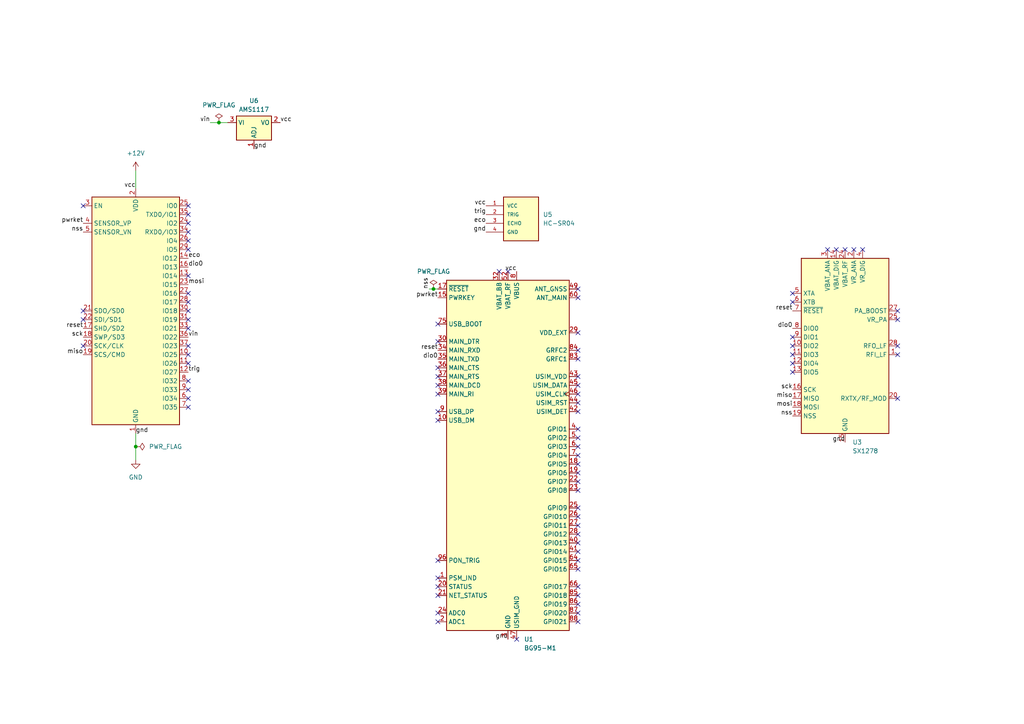
<source format=kicad_sch>
(kicad_sch (version 20250114) (generator "eeschema") (generator_version "9.0")
  (paper "A4")
  (lib_symbols
    (symbol "HC-SR04:HC-SR04" (pin_names (offset 1.016))
      (property "Reference" "U" (at 0 5.0813 0))
      (property "Value" "HC-SR04" (at 0 -10.163 0))
      (symbol "HC-SR04_0_0"
        (rectangle (start 0 -7.62) (end 10.16 5.08) (stroke (width 0.254)) (fill (type background)))
        (pin power_in line (at -5.08 2.54 0) (length 5.08) (name "VCC") (number "1"))
        (pin bidirectional line (at -5.08 0 0) (length 5.08) (name "TRIG") (number "2"))
        (pin bidirectional line (at -5.08 -2.54 0) (length 5.08) (name "ECHO") (number "3"))
        (pin power_in line (at -5.08 -5.08 0) (length 5.08) (name "GND") (number "4"))
      )
    )
    (symbol "RF:SX1278"
      (property "Reference" "U" (at 13.97 24.13 0))
      (property "Value" "SX1278" (at 13.97 21.59 0))
      (symbol "SX1278_0_1"
        (rectangle (start -12.7 25.4) (end 12.7 -25.4) (stroke (width 0.254)) (fill (type background)))
      )
      (symbol "SX1278_1_1"
        (pin bidirectional line (at -15.24 15.24 0) (length 2.54) (name "XTA") (number "5"))
        (pin bidirectional line (at -15.24 12.7 0) (length 2.54) (name "XTB") (number "6"))
        (pin input line (at -15.24 10.16 0) (length 2.54) (name "~{RESET}") (number "7"))
        (pin bidirectional line (at -15.24 5.08 0) (length 2.54) (name "DIO0") (number "8"))
        (pin bidirectional line (at -15.24 2.54 0) (length 2.54) (name "DIO1") (number "9"))
        (pin bidirectional line (at -15.24 0 0) (length 2.54) (name "DIO2") (number "10"))
        (pin bidirectional line (at -15.24 -2.54 0) (length 2.54) (name "DIO3") (number "11"))
        (pin bidirectional line (at -15.24 -5.08 0) (length 2.54) (name "DIO4") (number "12"))
        (pin bidirectional line (at -15.24 -7.62 0) (length 2.54) (name "DIO5") (number "13"))
        (pin input line (at -15.24 -12.7 0) (length 2.54) (name "SCK") (number "16"))
        (pin output line (at -15.24 -15.24 0) (length 2.54) (name "MISO") (number "17"))
        (pin input line (at -15.24 -17.78 0) (length 2.54) (name "MOSI") (number "18"))
        (pin input line (at -15.24 -20.32 0) (length 2.54) (name "NSS") (number "19"))
        (pin power_in line (at -5.08 27.94 270) (length 2.54) (name "VBAT_ANA") (number "3"))
        (pin power_in line (at -2.54 27.94 270) (length 2.54) (name "VBAT_DIG") (number "14"))
        (pin power_in line (at 0 27.94 270) (length 2.54) (name "VBAT_RF") (number "24"))
        (pin power_in line (at 0 -27.94 90) (length 2.54) (name "GND") (number "15"))
        (pin passive line (at 0 -27.94 90) (length 2.54) (hide yes) (name "GND") (number "21"))
        (pin passive line (at 0 -27.94 90) (length 2.54) (hide yes) (name "GND") (number "22"))
        (pin passive line (at 0 -27.94 90) (length 2.54) (hide yes) (name "GND") (number "23"))
        (pin passive line (at 0 -27.94 90) (length 2.54) (hide yes) (name "GND") (number "26"))
        (pin passive line (at 0 -27.94 90) (length 2.54) (hide yes) (name "GND") (number "29"))
        (pin power_in line (at 2.54 27.94 270) (length 2.54) (name "VR_ANA") (number "2"))
        (pin power_in line (at 5.08 27.94 270) (length 2.54) (name "VR_DIG") (number "4"))
        (pin power_out line (at 15.24 10.16 180) (length 2.54) (name "PA_BOOST") (number "27"))
        (pin power_out line (at 15.24 7.62 180) (length 2.54) (name "VR_PA") (number "25"))
        (pin output line (at 15.24 0 180) (length 2.54) (name "RFO_LF") (number "28"))
        (pin input line (at 15.24 -2.54 180) (length 2.54) (name "RFI_LF") (number "1"))
        (pin output line (at 15.24 -15.24 180) (length 2.54) (name "RXTX/RF_MOD") (number "20"))
      )
    )
    (symbol "RF_GSM:BG95-M1"
      (property "Reference" "U" (at -17.526 52.324 0))
      (property "Value" "BG95-M1" (at 15.24 52.324 0))
      (symbol "BG95-M1_0_1"
        (rectangle (start -17.78 50.8) (end 17.78 -50.8) (stroke (width 0.254)) (fill (type background)))
      )
      (symbol "BG95-M1_1_1"
        (pin input line (at -20.32 48.26 0) (length 2.54) (name "~{RESET}") (number "17"))
        (pin bidirectional line (at -20.32 45.72 0) (length 2.54) (name "PWRKEY") (number "15"))
        (pin input line (at -20.32 38.1 0) (length 2.54) (name "USB_BOOT") (number "75"))
        (pin input line (at -20.32 33.02 0) (length 2.54) (name "MAIN_DTR") (number "30"))
        (pin input line (at -20.32 30.48 0) (length 2.54) (name "MAIN_RXD") (number "34"))
        (pin output line (at -20.32 27.94 0) (length 2.54) (name "MAIN_TXD") (number "35"))
        (pin output line (at -20.32 25.4 0) (length 2.54) (name "MAIN_CTS") (number "36"))
        (pin input line (at -20.32 22.86 0) (length 2.54) (name "MAIN_RTS") (number "37"))
        (pin output line (at -20.32 20.32 0) (length 2.54) (name "MAIN_DCD") (number "38"))
        (pin output line (at -20.32 17.78 0) (length 2.54) (name "MAIN_RI") (number "39"))
        (pin bidirectional line (at -20.32 12.7 0) (length 2.54) (name "USB_DP") (number "9"))
        (pin bidirectional line (at -20.32 10.16 0) (length 2.54) (name "USB_DM") (number "10"))
        (pin input line (at -20.32 -30.48 0) (length 2.54) (name "PON_TRIG") (number "96"))
        (pin output line (at -20.32 -35.56 0) (length 2.54) (name "PSM_IND") (number "1"))
        (pin output line (at -20.32 -38.1 0) (length 2.54) (name "STATUS") (number "20"))
        (pin output line (at -20.32 -40.64 0) (length 2.54) (name "NET_STATUS") (number "21"))
        (pin input line (at -20.32 -45.72 0) (length 2.54) (name "ADC0") (number "24"))
        (pin input line (at -20.32 -48.26 0) (length 2.54) (name "ADC1") (number "2"))
        (pin no_connect line (at -17.78 7.62 0) (length 2.54) (hide yes) (name "RESERVED") (number "11"))
        (pin no_connect line (at -17.78 5.08 0) (length 2.54) (hide yes) (name "RESERVED") (number "12"))
        (pin no_connect line (at -17.78 2.54 0) (length 2.54) (hide yes) (name "RESERVED") (number "13"))
        (pin no_connect line (at -17.78 0 0) (length 2.54) (hide yes) (name "RESERVED") (number "14"))
        (pin no_connect line (at -17.78 -2.54 0) (length 2.54) (hide yes) (name "RESERVED") (number "16"))
        (pin no_connect line (at -17.78 -5.08 0) (length 2.54) (hide yes) (name "RESERVED") (number "51"))
        (pin no_connect line (at -17.78 -7.62 0) (length 2.54) (hide yes) (name "RESERVED") (number "57"))
        (pin no_connect line (at -17.78 -10.16 0) (length 2.54) (hide yes) (name "RESERVED") (number "63"))
        (pin no_connect line (at -17.78 -12.7 0) (length 2.54) (hide yes) (name "RESERVED") (number "76"))
        (pin no_connect line (at -17.78 -15.24 0) (length 2.54) (hide yes) (name "RESERVED") (number "77"))
        (pin no_connect line (at -17.78 -17.78 0) (length 2.54) (hide yes) (name "RESERVED") (number "78"))
        (pin no_connect line (at -17.78 -20.32 0) (length 2.54) (hide yes) (name "RESERVED") (number "92"))
        (pin no_connect line (at -17.78 -22.86 0) (length 2.54) (hide yes) (name "RESERVED") (number "93"))
        (pin no_connect line (at -17.78 -25.4 0) (length 2.54) (hide yes) (name "RESERVED") (number "94"))
        (pin no_connect line (at -17.78 -27.94 0) (length 2.54) (hide yes) (name "RESERVED") (number "95"))
        (pin no_connect line (at -7.62 50.8 270) (length 2.54) (hide yes) (name "RESERVED") (number "98"))
        (pin no_connect line (at -5.08 50.8 270) (length 2.54) (hide yes) (name "RESERVED") (number "97"))
        (pin power_in line (at -2.54 53.34 270) (length 2.54) (name "VBAT_BB") (number "32"))
        (pin passive line (at -2.54 53.34 270) (length 2.54) (hide yes) (name "VBAT_BB") (number "33"))
        (pin power_in line (at 0 53.34 270) (length 2.54) (name "VBAT_RF") (number "52"))
        (pin passive line (at 0 53.34 270) (length 2.54) (hide yes) (name "VBAT_RF") (number "53"))
        (pin passive line (at 0 -53.34 90) (length 2.54) (hide yes) (name "GND") (number "100"))
        (pin passive line (at 0 -53.34 90) (length 2.54) (hide yes) (name "GND") (number "101"))
        (pin passive line (at 0 -53.34 90) (length 2.54) (hide yes) (name "GND") (number "102"))
        (pin power_in line (at 0 -53.34 90) (length 2.54) (name "GND") (number "3"))
        (pin passive line (at 0 -53.34 90) (length 2.54) (hide yes) (name "GND") (number "31"))
        (pin passive line (at 0 -53.34 90) (length 2.54) (hide yes) (name "GND") (number "48"))
        (pin passive line (at 0 -53.34 90) (length 2.54) (hide yes) (name "GND") (number "50"))
        (pin passive line (at 0 -53.34 90) (length 2.54) (hide yes) (name "GND") (number "54"))
        (pin passive line (at 0 -53.34 90) (length 2.54) (hide yes) (name "GND") (number "55"))
        (pin passive line (at 0 -53.34 90) (length 2.54) (hide yes) (name "GND") (number "58"))
        (pin passive line (at 0 -53.34 90) (length 2.54) (hide yes) (name "GND") (number "59"))
        (pin passive line (at 0 -53.34 90) (length 2.54) (hide yes) (name "GND") (number "61"))
        (pin passive line (at 0 -53.34 90) (length 2.54) (hide yes) (name "GND") (number "62"))
        (pin passive line (at 0 -53.34 90) (length 2.54) (hide yes) (name "GND") (number "67"))
        (pin passive line (at 0 -53.34 90) (length 2.54) (hide yes) (name "GND") (number "68"))
        (pin passive line (at 0 -53.34 90) (length 2.54) (hide yes) (name "GND") (number "69"))
        (pin passive line (at 0 -53.34 90) (length 2.54) (hide yes) (name "GND") (number "70"))
        (pin passive line (at 0 -53.34 90) (length 2.54) (hide yes) (name "GND") (number "71"))
        (pin passive line (at 0 -53.34 90) (length 2.54) (hide yes) (name "GND") (number "72"))
        (pin passive line (at 0 -53.34 90) (length 2.54) (hide yes) (name "GND") (number "73"))
        (pin passive line (at 0 -53.34 90) (length 2.54) (hide yes) (name "GND") (number "74"))
        (pin passive line (at 0 -53.34 90) (length 2.54) (hide yes) (name "GND") (number "79"))
        (pin passive line (at 0 -53.34 90) (length 2.54) (hide yes) (name "GND") (number "80"))
        (pin passive line (at 0 -53.34 90) (length 2.54) (hide yes) (name "GND") (number "81"))
        (pin passive line (at 0 -53.34 90) (length 2.54) (hide yes) (name "GND") (number "82"))
        (pin passive line (at 0 -53.34 90) (length 2.54) (hide yes) (name "GND") (number "89"))
        (pin passive line (at 0 -53.34 90) (length 2.54) (hide yes) (name "GND") (number "90"))
        (pin passive line (at 0 -53.34 90) (length 2.54) (hide yes) (name "GND") (number "91"))
        (pin power_in line (at 2.54 53.34 270) (length 2.54) (name "VBUS") (number "8"))
        (pin power_in line (at 2.54 -53.34 90) (length 2.54) (name "USIM_GND") (number "47"))
        (pin no_connect line (at 7.62 50.8 270) (length 2.54) (hide yes) (name "RESERVED") (number "99"))
        (pin no_connect line (at 17.78 43.18 180) (length 2.54) (hide yes) (name "ANT_WIFI") (number "56"))
        (pin passive line (at 20.32 48.26 180) (length 2.54) (name "ANT_GNSS") (number "49"))
        (pin passive line (at 20.32 45.72 180) (length 2.54) (name "ANT_MAIN") (number "60"))
        (pin power_out line (at 20.32 35.56 180) (length 2.54) (name "VDD_EXT") (number "29"))
        (pin output line (at 20.32 30.48 180) (length 2.54) (name "GRFC2") (number "84"))
        (pin output line (at 20.32 27.94 180) (length 2.54) (name "GRFC1") (number "83"))
        (pin power_out line (at 20.32 22.86 180) (length 2.54) (name "USIM_VDD") (number "43"))
        (pin bidirectional line (at 20.32 20.32 180) (length 2.54) (name "USIM_DATA") (number "45"))
        (pin output clock (at 20.32 17.78 180) (length 2.54) (name "USIM_CLK") (number "46"))
        (pin output line (at 20.32 15.24 180) (length 2.54) (name "USIM_RST") (number "44"))
        (pin input line (at 20.32 12.7 180) (length 2.54) (name "USIM_DET") (number "42"))
        (pin bidirectional line (at 20.32 7.62 180) (length 2.54) (name "GPIO1") (number "4"))
        (pin bidirectional line (at 20.32 5.08 180) (length 2.54) (name "GPIO2") (number "5"))
        (pin bidirectional line (at 20.32 2.54 180) (length 2.54) (name "GPIO3") (number "6"))
        (pin bidirectional line (at 20.32 0 180) (length 2.54) (name "GPIO4") (number "7"))
        (pin bidirectional line (at 20.32 -2.54 180) (length 2.54) (name "GPIO5") (number "18"))
        (pin bidirectional line (at 20.32 -5.08 180) (length 2.54) (name "GPIO6") (number "19"))
        (pin bidirectional line (at 20.32 -7.62 180) (length 2.54) (name "GPIO7") (number "22"))
        (pin bidirectional line (at 20.32 -10.16 180) (length 2.54) (name "GPIO8") (number "23"))
        (pin bidirectional line (at 20.32 -15.24 180) (length 2.54) (name "GPIO9") (number "25"))
        (pin bidirectional line (at 20.32 -17.78 180) (length 2.54) (name "GPIO10") (number "26"))
        (pin bidirectional line (at 20.32 -20.32 180) (length 2.54) (name "GPIO11") (number "27"))
        (pin bidirectional line (at 20.32 -22.86 180) (length 2.54) (name "GPIO12") (number "28"))
        (pin bidirectional line (at 20.32 -25.4 180) (length 2.54) (name "GPIO13") (number "40"))
        (pin bidirectional line (at 20.32 -27.94 180) (length 2.54) (name "GPIO14") (number "41"))
        (pin bidirectional line (at 20.32 -30.48 180) (length 2.54) (name "GPIO15") (number "64"))
        (pin bidirectional line (at 20.32 -33.02 180) (length 2.54) (name "GPIO16") (number "65"))
        (pin bidirectional line (at 20.32 -38.1 180) (length 2.54) (name "GPIO17") (number "66"))
        (pin bidirectional line (at 20.32 -40.64 180) (length 2.54) (name "GPIO18") (number "85"))
        (pin bidirectional line (at 20.32 -43.18 180) (length 2.54) (name "GPIO19") (number "86"))
        (pin bidirectional line (at 20.32 -45.72 180) (length 2.54) (name "GPIO20") (number "87"))
        (pin bidirectional line (at 20.32 -48.26 180) (length 2.54) (name "GPIO21") (number "88"))
      )
    )
    (symbol "RF_Module:ESP32-WROOM-32"
      (property "Reference" "U" (at -12.7 34.29 0))
      (property "Value" "ESP32-WROOM-32" (at 1.27 34.29 0))
      (symbol "ESP32-WROOM-32_0_1"
        (rectangle (start -12.7 33.02) (end 12.7 -33.02) (stroke (width 0.254)) (fill (type background)))
      )
      (symbol "ESP32-WROOM-32_1_1"
        (pin input line (at -15.24 30.48 0) (length 2.54) (name "EN") (number "3"))
        (pin input line (at -15.24 25.4 0) (length 2.54) (name "SENSOR_VP") (number "4"))
        (pin input line (at -15.24 22.86 0) (length 2.54) (name "SENSOR_VN") (number "5"))
        (pin bidirectional line (at -15.24 0 0) (length 2.54) (name "SDO/SD0") (number "21"))
        (pin bidirectional line (at -15.24 -2.54 0) (length 2.54) (name "SDI/SD1") (number "22"))
        (pin bidirectional line (at -15.24 -5.08 0) (length 2.54) (name "SHD/SD2") (number "17"))
        (pin bidirectional line (at -15.24 -7.62 0) (length 2.54) (name "SWP/SD3") (number "18"))
        (pin bidirectional line (at -15.24 -10.16 0) (length 2.54) (name "SCK/CLK") (number "20"))
        (pin bidirectional line (at -15.24 -12.7 0) (length 2.54) (name "SCS/CMD") (number "19"))
        (pin no_connect line (at -12.7 -27.94 0) (length 2.54) (hide yes) (name "NC") (number "32"))
        (pin power_in line (at 0 35.56 270) (length 2.54) (name "VDD") (number "2"))
        (pin power_in line (at 0 -35.56 90) (length 2.54) (name "GND") (number "1"))
        (pin passive line (at 0 -35.56 90) (length 2.54) (hide yes) (name "GND") (number "15"))
        (pin passive line (at 0 -35.56 90) (length 2.54) (hide yes) (name "GND") (number "38"))
        (pin passive line (at 0 -35.56 90) (length 2.54) (hide yes) (name "GND") (number "39"))
        (pin bidirectional line (at 15.24 30.48 180) (length 2.54) (name "IO0") (number "25"))
        (pin bidirectional line (at 15.24 27.94 180) (length 2.54) (name "TXD0/IO1") (number "35"))
        (pin bidirectional line (at 15.24 25.4 180) (length 2.54) (name "IO2") (number "24"))
        (pin bidirectional line (at 15.24 22.86 180) (length 2.54) (name "RXD0/IO3") (number "34"))
        (pin bidirectional line (at 15.24 20.32 180) (length 2.54) (name "IO4") (number "26"))
        (pin bidirectional line (at 15.24 17.78 180) (length 2.54) (name "IO5") (number "29"))
        (pin bidirectional line (at 15.24 15.24 180) (length 2.54) (name "IO12") (number "14"))
        (pin bidirectional line (at 15.24 12.7 180) (length 2.54) (name "IO13") (number "16"))
        (pin bidirectional line (at 15.24 10.16 180) (length 2.54) (name "IO14") (number "13"))
        (pin bidirectional line (at 15.24 7.62 180) (length 2.54) (name "IO15") (number "23"))
        (pin bidirectional line (at 15.24 5.08 180) (length 2.54) (name "IO16") (number "27"))
        (pin bidirectional line (at 15.24 2.54 180) (length 2.54) (name "IO17") (number "28"))
        (pin bidirectional line (at 15.24 0 180) (length 2.54) (name "IO18") (number "30"))
        (pin bidirectional line (at 15.24 -2.54 180) (length 2.54) (name "IO19") (number "31"))
        (pin bidirectional line (at 15.24 -5.08 180) (length 2.54) (name "IO21") (number "33"))
        (pin bidirectional line (at 15.24 -7.62 180) (length 2.54) (name "IO22") (number "36"))
        (pin bidirectional line (at 15.24 -10.16 180) (length 2.54) (name "IO23") (number "37"))
        (pin bidirectional line (at 15.24 -12.7 180) (length 2.54) (name "IO25") (number "10"))
        (pin bidirectional line (at 15.24 -15.24 180) (length 2.54) (name "IO26") (number "11"))
        (pin bidirectional line (at 15.24 -17.78 180) (length 2.54) (name "IO27") (number "12"))
        (pin bidirectional line (at 15.24 -20.32 180) (length 2.54) (name "IO32") (number "8"))
        (pin bidirectional line (at 15.24 -22.86 180) (length 2.54) (name "IO33") (number "9"))
        (pin input line (at 15.24 -25.4 180) (length 2.54) (name "IO34") (number "6"))
        (pin input line (at 15.24 -27.94 180) (length 2.54) (name "IO35") (number "7"))
      )
    )
    (symbol "Regulator_Linear:AMS1117"
      (property "Reference" "U" (at -3.81 3.175 0))
      (property "Value" "AMS1117" (at 0 3.175 0))
      (symbol "AMS1117_0_1"
        (rectangle (start -5.08 -5.08) (end 5.08 1.905) (stroke (width 0.254)) (fill (type background)))
      )
      (symbol "AMS1117_1_1"
        (pin power_in line (at -7.62 0 0) (length 2.54) (name "VI") (number "3"))
        (pin input line (at 0 -7.62 90) (length 2.54) (name "ADJ") (number "1"))
        (pin power_out line (at 7.62 0 180) (length 2.54) (name "VO") (number "2"))
      )
    )
    (symbol "power:+12V" (power) (pin_numbers (hide yes)) (pin_names (offset 0) (hide yes))
      (property "Value" "+12V" (at 0 3.556 0))
      (symbol "+12V_0_1"
        (polyline (pts (xy -0.762 1.27) (xy 0 2.54)))
        (polyline (pts (xy 0 2.54) (xy 0.762 1.27)))
        (polyline (pts (xy 0 0) (xy 0 2.54)))
      )
      (symbol "+12V_1_1"
        (pin power_in line (at 0 0 90) (length 0) (name "~") (number "1"))
      )
    )
    (symbol "power:GND" (power) (pin_numbers (hide yes)) (pin_names (offset 0) (hide yes))
      (property "Value" "GND" (at 0 -3.81 0))
      (symbol "GND_0_1"
        (polyline (pts (xy 0 0) (xy 0 -1.27) (xy 1.27 -1.27) (xy 0 -2.54) (xy -1.27 -1.27) (xy 0 -1.27)))
      )
      (symbol "GND_1_1"
        (pin power_in line (at 0 0 270) (length 0) (name "~") (number "1"))
      )
    )
    (symbol "power:PWR_FLAG" (power) (pin_numbers (hide yes)) (pin_names (offset 0) (hide yes))
      (property "Value" "PWR_FLAG" (at 0 3.81 0))
      (symbol "PWR_FLAG_0_0"
        (pin power_out line (at 0 0 90) (length 0) (name "~") (number "1"))
      )
      (symbol "PWR_FLAG_0_1"
        (polyline (pts (xy 0 0) (xy 0 1.27) (xy -1.016 1.905) (xy 0 2.54) (xy 1.016 1.905) (xy 0 1.27)))
      )
    )
  )
  (junction (at 39.37 129.54))
  (junction (at 125.73 83.82))
  (junction (at 63.5 35.56))
  (no_connect (at 127 109.22))
  (no_connect (at 127 93.98))
  (no_connect (at 127 177.8))
  (no_connect (at 127 111.76))
  (no_connect (at 127 172.72))
  (no_connect (at 54.61 64.77))
  (no_connect (at 54.61 115.57))
  (no_connect (at 54.61 92.71))
  (no_connect (at 167.64 177.8))
  (no_connect (at 127 121.92))
  (no_connect (at 242.57 72.39))
  (no_connect (at 127 114.3))
  (no_connect (at 250.19 72.39))
  (no_connect (at 54.61 100.33))
  (no_connect (at 54.61 59.69))
  (no_connect (at 54.61 90.17))
  (no_connect (at 167.64 180.34))
  (no_connect (at 260.35 102.87))
  (no_connect (at 54.61 62.23))
  (no_connect (at 54.61 85.09))
  (no_connect (at 54.61 102.87))
  (no_connect (at 167.64 172.72))
  (no_connect (at 144.78 78.74))
  (no_connect (at 260.35 100.33))
  (no_connect (at 167.64 142.24))
  (no_connect (at 260.35 115.57))
  (no_connect (at 127 162.56))
  (no_connect (at 229.87 105.41))
  (no_connect (at 54.61 118.11))
  (no_connect (at 167.64 109.22))
  (no_connect (at 127 167.64))
  (no_connect (at 54.61 95.25))
  (no_connect (at 24.13 92.71))
  (no_connect (at 167.64 170.18))
  (no_connect (at 54.61 110.49))
  (no_connect (at 54.61 113.03))
  (no_connect (at 54.61 87.63))
  (no_connect (at 229.87 100.33))
  (no_connect (at 167.64 162.56))
  (no_connect (at 260.35 90.17))
  (no_connect (at 127 119.38))
  (no_connect (at 167.64 165.1))
  (no_connect (at 167.64 119.38))
  (no_connect (at 54.61 72.39))
  (no_connect (at 24.13 100.33))
  (no_connect (at 24.13 90.17))
  (no_connect (at 167.64 139.7))
  (no_connect (at 127 106.68))
  (no_connect (at 245.11 72.39))
  (no_connect (at 167.64 116.84))
  (no_connect (at 149.86 185.42))
  (no_connect (at 54.61 69.85))
  (no_connect (at 127 170.18))
  (no_connect (at 229.87 107.95))
  (no_connect (at 167.64 157.48))
  (no_connect (at 54.61 67.31))
  (no_connect (at 229.87 87.63))
  (no_connect (at 167.64 147.32))
  (no_connect (at 167.64 96.52))
  (no_connect (at 167.64 134.62))
  (no_connect (at 167.64 129.54))
  (no_connect (at 167.64 154.94))
  (no_connect (at 260.35 92.71))
  (no_connect (at 240.03 72.39))
  (no_connect (at 167.64 160.02))
  (no_connect (at 167.64 83.82))
  (no_connect (at 167.64 149.86))
  (no_connect (at 167.64 152.4))
  (no_connect (at 229.87 97.79))
  (no_connect (at 54.61 105.41))
  (no_connect (at 167.64 111.76))
  (no_connect (at 167.64 124.46))
  (no_connect (at 147.32 78.74))
  (no_connect (at 167.64 175.26))
  (no_connect (at 127 180.34))
  (no_connect (at 167.64 127))
  (no_connect (at 167.64 104.14))
  (no_connect (at 247.65 72.39))
  (no_connect (at 167.64 86.36))
  (no_connect (at 24.13 59.69))
  (no_connect (at 167.64 132.08))
  (no_connect (at 229.87 102.87))
  (no_connect (at 127 99.06))
  (no_connect (at 229.87 85.09))
  (no_connect (at 167.64 101.6))
  (no_connect (at 167.64 137.16))
  (no_connect (at 167.64 114.3))
  (no_connect (at 54.61 80.01))
  (wire (pts (xy 60.96 35.56) (xy 63.5 35.56)))
  (wire (pts (xy 124.46 83.82) (xy 125.73 83.82)))
  (wire (pts (xy 39.37 133.35) (xy 39.37 129.54)))
  (wire (pts (xy 39.37 129.54) (xy 39.37 125.73)))
  (wire (pts (xy 39.37 49.53) (xy 39.37 54.61)))
  (wire (pts (xy 125.73 83.82) (xy 127 83.82)))
  (wire (pts (xy 63.5 35.56) (xy 66.04 35.56)))
  (label "reset" (at 24.13 95.25 180))
  (label "nss" (at 229.87 120.65 180))
  (label "gnd" (at 73.66 43.18 0))
  (label "dio0" (at 229.87 95.25 180))
  (label "gnd" (at 39.37 125.73 0))
  (label "nss" (at 24.13 67.31 180))
  (label "reset" (at 127 101.6 180))
  (label "miso" (at 229.87 115.57 180))
  (label "vcc" (at 81.28 35.56 0))
  (label "trig" (at 140.97 62.23 180))
  (label "nss" (at 124.46 83.82 90))
  (label "dio0" (at 54.61 77.47 0))
  (label "gnd" (at 140.97 67.31 180))
  (label "miso" (at 24.13 102.87 180))
  (label "vcc" (at 140.97 59.69 180))
  (label "sck" (at 229.87 113.03 180))
  (label "gnd" (at 245.11 128.27 180))
  (label "dio0" (at 127 104.14 180))
  (label "sck" (at 24.13 97.79 180))
  (label "vin" (at 54.61 97.79 0))
  (label "pwrket" (at 127 86.36 180))
  (label "reset" (at 229.87 90.17 180))
  (label "pwrket" (at 24.13 64.77 180))
  (label "vcc" (at 39.37 54.61 180))
  (label "eco" (at 54.61 74.93 0))
  (label "eco" (at 140.97 64.77 180))
  (label "gnd" (at 147.32 185.42 180))
  (label "mosi" (at 229.87 118.11 180))
  (label "trig" (at 54.61 107.95 0))
  (label "mosi" (at 54.61 82.55 0))
  (label "vin" (at 60.96 35.56 180))
  (label "vcc" (at 149.86 78.74 180))
  (symbol (lib_id "power:PWR_FLAG") (at 125.73 83.82 0) (unit 1)
    (property "Reference" "#FLG01" (effects (hide yes)))
    (property "Value" "PWR_FLAG" (at 125.73 78.74 0))
    (property "Description" "Special symbol for telling ERC where power comes from" (effects (hide yes)))
  )
  (symbol (lib_id "HC-SR04:HC-SR04") (at 146.05 62.23 0) (unit 1)
    (property "Reference" "U5" (at 157.48 62.2299 0) (effects (justify left)))
    (property "Value" "HC-SR04" (at 157.48 64.7699 0) (effects (justify left)))
    (property "Footprint" "HC-SR04:XCVR_HC-SR04" (effects (hide yes)))
    (property "MF" "UNIVERSAL-SOLDER Electronics Ltd" (effects (hide yes)))
    (property "Description_1" "Ultrasonic Distance Measuring Se" (effects (hide yes)))
    (property "Package" "None" (effects (hide yes)))
    (property "Price" "None" (effects (hide yes)))
    (property "Check_prices" "https://www.snapeda.com/parts/HC-SR04/UNIVERSAL-SOLDER+Electronics+Ltd/view-part/?ref=eda" (effects (hide yes)))
    (property "SnapEDA_Link" "https://www.snapeda.com/parts/HC-SR04/UNIVERSAL-SOLDER+Electronics+Ltd/view-part/?ref=snap" (effects (hide yes)))
    (property "MP" "HC-SR04" (effects (hide yes)))
    (property "Availability" "Not in stock" (effects (hide yes)))
    (property "MANUFACTURER" "Osepp" (effects (hide yes)))
  )
  (symbol (lib_id "RF_Module:ESP32-WROOM-32") (at 39.37 90.17 0) (unit 1)
    (property "Reference" "U2" (effects (hide yes)))
    (property "Value" "ESP32-WROOM-32" (effects (hide yes)))
    (property "Footprint" "RF_Module:ESP32-WROOM-32" (effects (hide yes)))
    (property "Datasheet" "https://www.espressif.com/sites/default/files/documentation/esp32-wroom-32_datasheet_en.pdf" (effects (hide yes)))
    (property "Description" "RF Module, ESP32-D0WDQ6 SoC, Wi-Fi 802.11b/g/n, Bluetooth, BLE, 32-bit, 2.7-3.6V, onboard antenna, SMD" (effects (hide yes)))
  )
  (symbol (lib_id "power:+12V") (at 39.37 49.53 0) (unit 1)
    (property "Reference" "#PWR01" (effects (hide yes)))
    (property "Value" "+12V" (at 39.37 44.45 0))
    (property "Description" "Power symbol creates a global label with name \"+12V\"" (effects (hide yes)))
  )
  (symbol (lib_id "RF:SX1278") (at 245.11 100.33 0) (unit 1)
    (property "Reference" "U3" (at 247.2533 128.27 0) (effects (justify left)))
    (property "Value" "SX1278" (at 247.2533 130.81 0) (effects (justify left)))
    (property "Footprint" "Package_DFN_QFN:QFN-28-1EP_6x6mm_P0.65mm_EP4.8x4.8mm" (effects (hide yes)))
    (property "Datasheet" "https://semtech.my.salesforce.com/sfc/p/#E0000000JelG/a/2R0000001Rbr/6EfVZUorrpoKFfvaF_Fkpgp5kzjiNyiAbqcpqh9qSjE" (effects (hide yes)))
    (property "Description" "137 MHz to 525 MHz Low Power Long Range Transceiver, spreading factor from 6 to 12, LoRA, QFN-28" (effects (hide yes)))
  )
  (symbol (lib_id "RF_GSM:BG95-M1") (at 147.32 132.08 0) (unit 1)
    (property "Reference" "U1" (at 152.0033 185.42 0) (effects (justify left)))
    (property "Value" "BG95-M1" (at 152.0033 187.96 0) (effects (justify left)))
    (property "Footprint" "RF_GSM:Quectel_BG95" (effects (hide yes)))
    (property "Datasheet" "https://images.quectel.com/python/sites/2/2023/05/Quectel_BG95_Series_QuecOpen_Hardware_Design_V1.3.pdf" (effects (hide yes)))
    (property "Description" "NB-IoT, Cat M1 Communication Module, AT Command Set" (effects (hide yes)))
  )
  (symbol (lib_id "power:PWR_FLAG") (at 63.5 35.56 0) (unit 1)
    (property "Reference" "#FLG03" (effects (hide yes)))
    (property "Value" "PWR_FLAG" (at 63.5 30.48 0))
    (property "Description" "Special symbol for telling ERC where power comes from" (effects (hide yes)))
  )
  (symbol (lib_id "power:PWR_FLAG") (at 39.37 129.54 270) (unit 1)
    (property "Reference" "#FLG02" (effects (hide yes)))
    (property "Value" "PWR_FLAG" (at 43.18 129.5399 90) (effects (justify left)))
    (property "Description" "Special symbol for telling ERC where power comes from" (effects (hide yes)))
  )
  (symbol (lib_id "Regulator_Linear:AMS1117") (at 73.66 35.56 0) (unit 1)
    (property "Reference" "U6" (at 73.66 29.21 0))
    (property "Value" "AMS1117" (at 73.66 31.75 0))
    (property "Footprint" "Package_TO_SOT_SMD:SOT-223-3_TabPin2" (effects (hide yes)))
    (property "Datasheet" "http://www.advanced-monolithic.com/pdf/ds1117.pdf" (effects (hide yes)))
    (property "Description" "1A Low Dropout regulator, positive, adjustable output, SOT-223" (effects (hide yes)))
  )
  (symbol (lib_id "power:GND") (at 39.37 133.35 0) (unit 1)
    (property "Reference" "#PWR02" (effects (hide yes)))
    (property "Value" "GND" (at 39.37 138.43 0))
    (property "Description" "Power symbol creates a global label with name \"GND\" , ground" (effects (hide yes)))
  )
)
</source>
